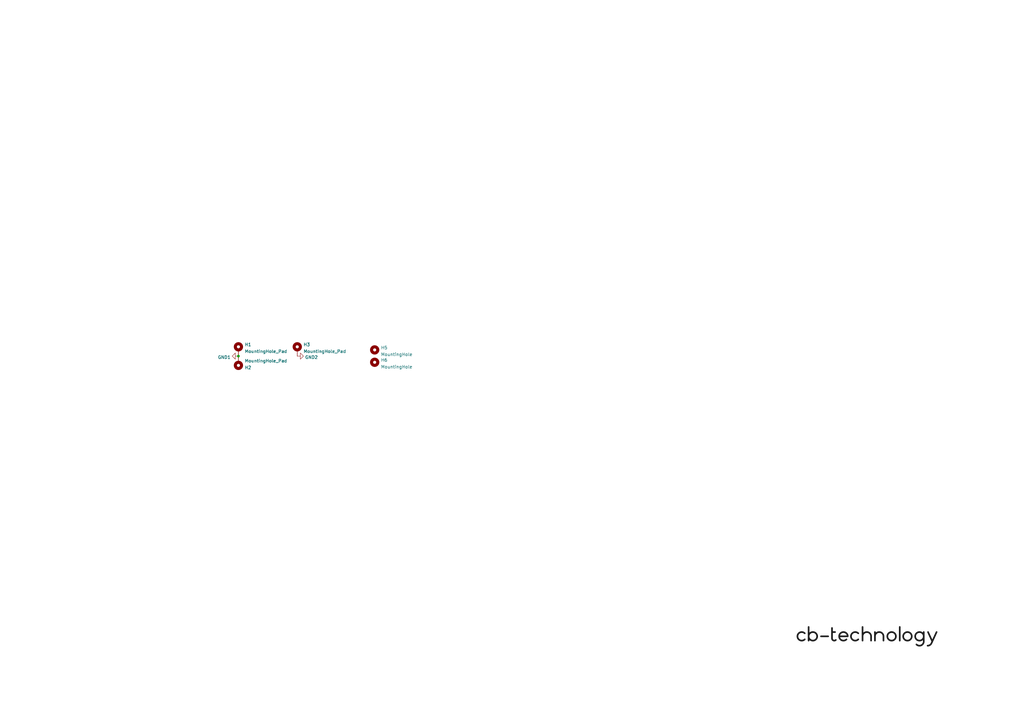
<source format=kicad_sch>
(kicad_sch (version 20211123) (generator eeschema)
  (paper "A3")
  (title_block (title "TWIST SWITCH") (date "2022-08-17") (rev "v1.1") (company "CB-TECHNOLOGY"))
  (lib_symbols
    (symbol "Mechanical:MountingHole" (pin_names (offset 1.016))
      (property "Reference" "H" (at 0 5.08 0))
      (property "Value" "MountingHole" (at 0 3.175 0))
      (symbol "MountingHole_0_1"
        (circle (center 0 0) (radius 1.27) (stroke (width 1.27)))
      )
    )
    (symbol "Mechanical:MountingHole_Pad" (pin_numbers hide) (pin_names (offset 1.016) hide)
      (property "Reference" "H" (at 0 6.35 0))
      (property "Value" "MountingHole_Pad" (at 0 4.445 0))
      (symbol "MountingHole_Pad_0_1"
        (circle (center 0 1.27) (radius 1.27) (stroke (width 1.27)))
      )
      (symbol "MountingHole_Pad_1_1"
        (pin input line (at 0 -2.54 90) (length 2.54) (name "1") (number "1"))
      )
    )
    (symbol "power:GND1" (power) (pin_names (offset 0))
      (property "Value" "GND1" (at 0 -3.81 0))
      (symbol "GND1_0_1"
        (polyline (pts (xy 0 0) (xy 0 -1.27) (xy 1.27 -1.27) (xy 0 -2.54) (xy -1.27 -1.27) (xy 0 -1.27)))
      )
      (symbol "GND1_1_1"
        (pin power_in line (at 0 0 270) (length 0) hide (name "GND1") (number "1"))
      )
    )
    (symbol "power:GND2" (power) (pin_names (offset 0))
      (property "Value" "GND2" (at 0 -3.81 0))
      (symbol "GND2_0_1"
        (polyline (pts (xy 0 0) (xy 0 -1.27) (xy 1.27 -1.27) (xy 0 -2.54) (xy -1.27 -1.27) (xy 0 -1.27)))
      )
      (symbol "GND2_1_1"
        (pin power_in line (at 0 0 270) (length 0) hide (name "GND2") (number "1"))
      )
    )
  )
  (junction (at 97.79 146.05))
  (image (at 355.6 260.985) (scale 0.227268))
  (symbol (lib_id "Mechanical:MountingHole") (at 153.67 148.59 0) (unit 1)
    (property "Reference" "H6" (at 156.21 147.6815 0) (effects (justify left)))
    (property "Value" "MountingHole" (at 156.21 150.4566 0) (effects (justify left)))
    (property "Footprint" "MountingHole:MountingHole_2mm" (effects hide))
  )
  (symbol (lib_id "power:GND1") (at 97.79 146.05 270) (unit 1)
    (property "Reference" "#PWR01" (effects hide))
    (property "Value" "GND1" (at 94.615 146.529 90) (effects (justify right)))
  )
  (symbol (lib_id "Mechanical:MountingHole_Pad") (at 97.79 143.51 0) (unit 1)
    (property "Reference" "H1" (at 100.33 141.3315 0) (effects (justify left)))
    (property "Value" "MountingHole_Pad" (at 100.33 144.1066 0) (effects (justify left)))
    (property "Footprint" "MountingHole:MountingHole_3mm_Pad_TopBottom" (effects hide))
  )
  (symbol (lib_id "Mechanical:MountingHole") (at 153.67 143.51 0) (unit 1)
    (property "Reference" "H5" (at 156.21 142.6015 0) (effects (justify left)))
    (property "Value" "MountingHole" (at 156.21 145.3766 0) (effects (justify left)))
    (property "Footprint" "MountingHole:MountingHole_2mm" (effects hide))
  )
  (symbol (lib_id "Mechanical:MountingHole_Pad") (at 97.79 148.59 0) (mirror x) (unit 1)
    (property "Reference" "H2" (at 100.33 150.7685 0) (effects (justify left)))
    (property "Value" "MountingHole_Pad" (at 100.33 147.9934 0) (effects (justify left)))
    (property "Footprint" "MountingHole:MountingHole_2.5mm_Pad_TopOnly" (effects hide))
  )
  (symbol (lib_id "Mechanical:MountingHole_Pad") (at 121.92 143.51 0) (unit 1)
    (property "Reference" "H3" (at 124.46 141.3315 0) (effects (justify left)))
    (property "Value" "MountingHole_Pad" (at 124.46 144.1066 0) (effects (justify left)))
    (property "Footprint" "MountingHole:MountingHole_3mm_Pad_TopBottom" (effects hide))
  )
  (symbol (lib_id "power:GND2") (at 121.92 146.05 90) (unit 1)
    (property "Reference" "#PWR0101" (effects hide))
    (property "Value" "GND2" (at 125.095 146.529 90) (effects (justify right)))
  )
)
</source>
